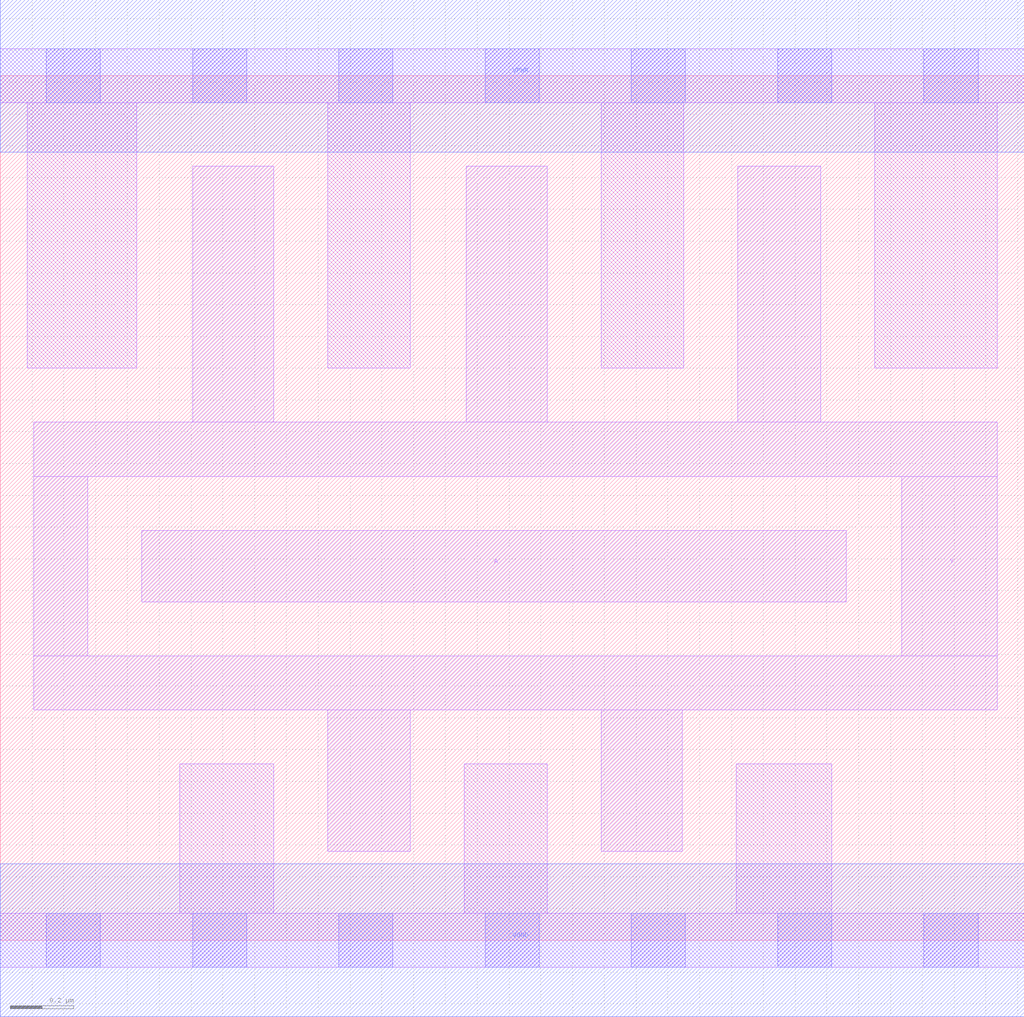
<source format=lef>
# Copyright 2020 The SkyWater PDK Authors
#
# Licensed under the Apache License, Version 2.0 (the "License");
# you may not use this file except in compliance with the License.
# You may obtain a copy of the License at
#
#     https://www.apache.org/licenses/LICENSE-2.0
#
# Unless required by applicable law or agreed to in writing, software
# distributed under the License is distributed on an "AS IS" BASIS,
# WITHOUT WARRANTIES OR CONDITIONS OF ANY KIND, either express or implied.
# See the License for the specific language governing permissions and
# limitations under the License.
#
# SPDX-License-Identifier: Apache-2.0

VERSION 5.7 ;
  NAMESCASESENSITIVE ON ;
  NOWIREEXTENSIONATPIN ON ;
  DIVIDERCHAR "/" ;
  BUSBITCHARS "[]" ;
UNITS
  DATABASE MICRONS 200 ;
END UNITS
MACRO sky130_fd_sc_hd__clkinv_4
  CLASS CORE ;
  SOURCE USER ;
  FOREIGN sky130_fd_sc_hd__clkinv_4 ;
  ORIGIN  0.000000  0.000000 ;
  SIZE  3.220000 BY  2.720000 ;
  SYMMETRY X Y R90 ;
  SITE unithd ;
  PIN A
    ANTENNAGATEAREA  1.152000 ;
    DIRECTION INPUT ;
    USE SIGNAL ;
    PORT
      LAYER li1 ;
        RECT 0.445000 1.065000 2.660000 1.290000 ;
    END
  END A
  PIN Y
    ANTENNADIFFAREA  1.075200 ;
    DIRECTION OUTPUT ;
    USE SIGNAL ;
    PORT
      LAYER li1 ;
        RECT 0.105000 0.725000 3.135000 0.895000 ;
        RECT 0.105000 0.895000 0.275000 1.460000 ;
        RECT 0.105000 1.460000 3.135000 1.630000 ;
        RECT 0.605000 1.630000 0.860000 2.435000 ;
        RECT 1.030000 0.280000 1.290000 0.725000 ;
        RECT 1.465000 1.630000 1.720000 2.435000 ;
        RECT 1.890000 0.280000 2.145000 0.725000 ;
        RECT 2.320000 1.630000 2.580000 2.435000 ;
        RECT 2.835000 0.895000 3.135000 1.460000 ;
    END
  END Y
  PIN VGND
    DIRECTION INOUT ;
    SHAPE ABUTMENT ;
    USE GROUND ;
    PORT
      LAYER met1 ;
        RECT 0.000000 -0.240000 3.220000 0.240000 ;
    END
  END VGND
  PIN VPWR
    DIRECTION INOUT ;
    SHAPE ABUTMENT ;
    USE POWER ;
    PORT
      LAYER met1 ;
        RECT 0.000000 2.480000 3.220000 2.960000 ;
    END
  END VPWR
  OBS
    LAYER li1 ;
      RECT 0.000000 -0.085000 3.220000 0.085000 ;
      RECT 0.000000  2.635000 3.220000 2.805000 ;
      RECT 0.085000  1.800000 0.430000 2.635000 ;
      RECT 0.565000  0.085000 0.860000 0.555000 ;
      RECT 1.030000  1.800000 1.290000 2.635000 ;
      RECT 1.460000  0.085000 1.720000 0.555000 ;
      RECT 1.890000  1.800000 2.150000 2.635000 ;
      RECT 2.315000  0.085000 2.615000 0.555000 ;
      RECT 2.750000  1.800000 3.135000 2.635000 ;
    LAYER mcon ;
      RECT 0.145000 -0.085000 0.315000 0.085000 ;
      RECT 0.145000  2.635000 0.315000 2.805000 ;
      RECT 0.605000 -0.085000 0.775000 0.085000 ;
      RECT 0.605000  2.635000 0.775000 2.805000 ;
      RECT 1.065000 -0.085000 1.235000 0.085000 ;
      RECT 1.065000  2.635000 1.235000 2.805000 ;
      RECT 1.525000 -0.085000 1.695000 0.085000 ;
      RECT 1.525000  2.635000 1.695000 2.805000 ;
      RECT 1.985000 -0.085000 2.155000 0.085000 ;
      RECT 1.985000  2.635000 2.155000 2.805000 ;
      RECT 2.445000 -0.085000 2.615000 0.085000 ;
      RECT 2.445000  2.635000 2.615000 2.805000 ;
      RECT 2.905000 -0.085000 3.075000 0.085000 ;
      RECT 2.905000  2.635000 3.075000 2.805000 ;
  END
END sky130_fd_sc_hd__clkinv_4
END LIBRARY

</source>
